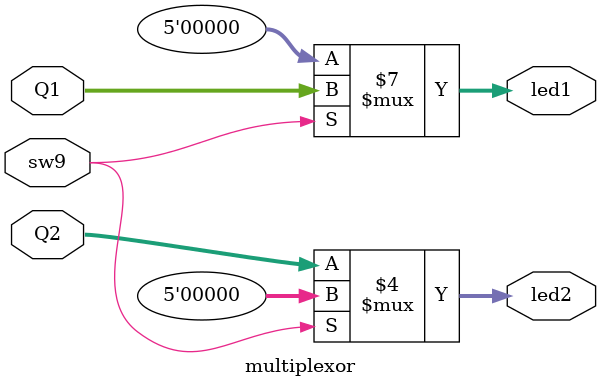
<source format=v>
`timescale 1ns / 1ps


module Main(
    input clk,
    input enable,
    input Cin,
    input sw9,
    input [3:0] A,B,
    output  [4:0] led1,
    output  [4:0] led2
    );
    
    wire [4:0] D1;
    wire [4:0] D2;
    wire [4:0] Q1;
    wire [4:0] Q2;

    
RCA_4bits rca(
    clk,
    enable,
    A,B,
    Cin,
    D1
    ); 
 
CLA_4bits cla(
    clk,
    enable,
    A,B,
    Cin,
    D2
);

register_logic cla_reg(
    clk,
    enable,
    D1,
    Q1
);

register_logic rca_reg(
    clk,
    enable,
    D2,
    Q2
);

multiplexor mult(
    sw9,
    Q1, Q2,
    led1, led2);

    
    endmodule
    
module multiplexor(
    input sw9,
    input [4:0] Q1, 
    Q2,
    output reg [4:0] led1,
    output reg [4:0] led2);
    
    always @(sw9 or Q1 or Q2)
    begin
    
    if(sw9 == 1)
    begin
    led1 <= Q1;
    led2 <= 5'b00000;
    end
    else
    begin
    led1 <= 5'b00000;
    led2 <= Q2;
    end
    
    end
    
    endmodule
    




</source>
